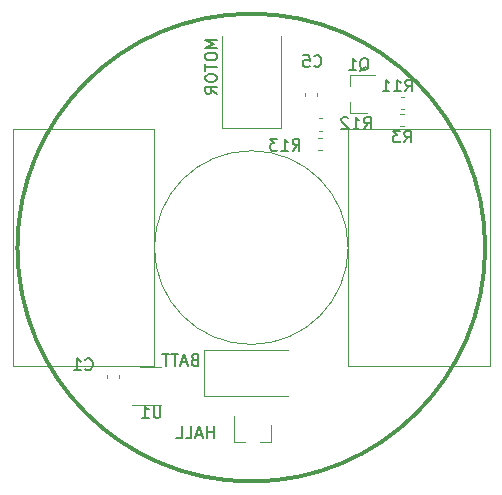
<source format=gbr>
G04 #@! TF.GenerationSoftware,KiCad,Pcbnew,5.1.4-1.fc30*
G04 #@! TF.CreationDate,2019-10-04T18:02:02+02:00*
G04 #@! TF.ProjectId,synchro2,73796e63-6872-46f3-922e-6b696361645f,rev?*
G04 #@! TF.SameCoordinates,Original*
G04 #@! TF.FileFunction,Legend,Bot*
G04 #@! TF.FilePolarity,Positive*
%FSLAX46Y46*%
G04 Gerber Fmt 4.6, Leading zero omitted, Abs format (unit mm)*
G04 Created by KiCad (PCBNEW 5.1.4-1.fc30) date 2019-10-04 18:02:02*
%MOMM*%
%LPD*%
G04 APERTURE LIST*
%ADD10C,0.300000*%
%ADD11C,0.120000*%
%ADD12C,0.150000*%
G04 APERTURE END LIST*
D10*
X238900000Y-116300000D02*
G75*
G03X238900000Y-116300000I-19800000J0D01*
G01*
D11*
X227300000Y-126300000D02*
X227300000Y-106300000D01*
X239300000Y-126300000D02*
X227300000Y-126300000D01*
X227300000Y-106300000D02*
X239300000Y-106300000D01*
X239300000Y-106300000D02*
X239300000Y-126300000D01*
X210900000Y-106300000D02*
X210900000Y-126300000D01*
X198900000Y-106300000D02*
X210900000Y-106300000D01*
X210900000Y-126300000D02*
X198900000Y-126300000D01*
X198900000Y-126300000D02*
X198900000Y-106300000D01*
X227300000Y-116300000D02*
G75*
G03X227300000Y-116300000I-8200000J0D01*
G01*
X227440000Y-104880000D02*
X228900000Y-104880000D01*
X227440000Y-101720000D02*
X229600000Y-101720000D01*
X227440000Y-101720000D02*
X227440000Y-102650000D01*
X227440000Y-104880000D02*
X227440000Y-103950000D01*
X211440000Y-129630000D02*
X208990000Y-129630000D01*
X209640000Y-126410000D02*
X211440000Y-126410000D01*
X221585000Y-98350000D02*
X221585000Y-106185000D01*
X221585000Y-106185000D02*
X216615000Y-106185000D01*
X216615000Y-106185000D02*
X216615000Y-98350000D01*
X231737221Y-103520000D02*
X232062779Y-103520000D01*
X231737221Y-104540000D02*
X232062779Y-104540000D01*
X207890000Y-127057221D02*
X207890000Y-127382779D01*
X206870000Y-127057221D02*
X206870000Y-127382779D01*
X222250000Y-128835000D02*
X215090000Y-128835000D01*
X215090000Y-128835000D02*
X215090000Y-124965000D01*
X215090000Y-124965000D02*
X222250000Y-124965000D01*
X220780000Y-132760000D02*
X219850000Y-132760000D01*
X217620000Y-132760000D02*
X218550000Y-132760000D01*
X217620000Y-132760000D02*
X217620000Y-130600000D01*
X220780000Y-132760000D02*
X220780000Y-131300000D01*
X231707221Y-106020000D02*
X232032779Y-106020000D01*
X231707221Y-105000000D02*
X232032779Y-105000000D01*
X224690000Y-103502779D02*
X224690000Y-103177221D01*
X223670000Y-103502779D02*
X223670000Y-103177221D01*
X224797221Y-106390000D02*
X225122779Y-106390000D01*
X224797221Y-105370000D02*
X225122779Y-105370000D01*
X225112779Y-108040000D02*
X224787221Y-108040000D01*
X225112779Y-107020000D02*
X224787221Y-107020000D01*
D12*
X228295238Y-101347619D02*
X228390476Y-101300000D01*
X228485714Y-101204761D01*
X228628571Y-101061904D01*
X228723809Y-101014285D01*
X228819047Y-101014285D01*
X228771428Y-101252380D02*
X228866666Y-101204761D01*
X228961904Y-101109523D01*
X229009523Y-100919047D01*
X229009523Y-100585714D01*
X228961904Y-100395238D01*
X228866666Y-100300000D01*
X228771428Y-100252380D01*
X228580952Y-100252380D01*
X228485714Y-100300000D01*
X228390476Y-100395238D01*
X228342857Y-100585714D01*
X228342857Y-100919047D01*
X228390476Y-101109523D01*
X228485714Y-101204761D01*
X228580952Y-101252380D01*
X228771428Y-101252380D01*
X227390476Y-101252380D02*
X227961904Y-101252380D01*
X227676190Y-101252380D02*
X227676190Y-100252380D01*
X227771428Y-100395238D01*
X227866666Y-100490476D01*
X227961904Y-100538095D01*
X211401904Y-129722380D02*
X211401904Y-130531904D01*
X211354285Y-130627142D01*
X211306666Y-130674761D01*
X211211428Y-130722380D01*
X211020952Y-130722380D01*
X210925714Y-130674761D01*
X210878095Y-130627142D01*
X210830476Y-130531904D01*
X210830476Y-129722380D01*
X209830476Y-130722380D02*
X210401904Y-130722380D01*
X210116190Y-130722380D02*
X210116190Y-129722380D01*
X210211428Y-129865238D01*
X210306666Y-129960476D01*
X210401904Y-130008095D01*
X216192380Y-98698095D02*
X215192380Y-98698095D01*
X215906666Y-99031428D01*
X215192380Y-99364761D01*
X216192380Y-99364761D01*
X215192380Y-100031428D02*
X215192380Y-100221904D01*
X215240000Y-100317142D01*
X215335238Y-100412380D01*
X215525714Y-100460000D01*
X215859047Y-100460000D01*
X216049523Y-100412380D01*
X216144761Y-100317142D01*
X216192380Y-100221904D01*
X216192380Y-100031428D01*
X216144761Y-99936190D01*
X216049523Y-99840952D01*
X215859047Y-99793333D01*
X215525714Y-99793333D01*
X215335238Y-99840952D01*
X215240000Y-99936190D01*
X215192380Y-100031428D01*
X215192380Y-100745714D02*
X215192380Y-101317142D01*
X216192380Y-101031428D02*
X215192380Y-101031428D01*
X215192380Y-101840952D02*
X215192380Y-102031428D01*
X215240000Y-102126666D01*
X215335238Y-102221904D01*
X215525714Y-102269523D01*
X215859047Y-102269523D01*
X216049523Y-102221904D01*
X216144761Y-102126666D01*
X216192380Y-102031428D01*
X216192380Y-101840952D01*
X216144761Y-101745714D01*
X216049523Y-101650476D01*
X215859047Y-101602857D01*
X215525714Y-101602857D01*
X215335238Y-101650476D01*
X215240000Y-101745714D01*
X215192380Y-101840952D01*
X216192380Y-103269523D02*
X215716190Y-102936190D01*
X216192380Y-102698095D02*
X215192380Y-102698095D01*
X215192380Y-103079047D01*
X215240000Y-103174285D01*
X215287619Y-103221904D01*
X215382857Y-103269523D01*
X215525714Y-103269523D01*
X215620952Y-103221904D01*
X215668571Y-103174285D01*
X215716190Y-103079047D01*
X215716190Y-102698095D01*
X232132857Y-103072380D02*
X232466190Y-102596190D01*
X232704285Y-103072380D02*
X232704285Y-102072380D01*
X232323333Y-102072380D01*
X232228095Y-102120000D01*
X232180476Y-102167619D01*
X232132857Y-102262857D01*
X232132857Y-102405714D01*
X232180476Y-102500952D01*
X232228095Y-102548571D01*
X232323333Y-102596190D01*
X232704285Y-102596190D01*
X231180476Y-103072380D02*
X231751904Y-103072380D01*
X231466190Y-103072380D02*
X231466190Y-102072380D01*
X231561428Y-102215238D01*
X231656666Y-102310476D01*
X231751904Y-102358095D01*
X230228095Y-103072380D02*
X230799523Y-103072380D01*
X230513809Y-103072380D02*
X230513809Y-102072380D01*
X230609047Y-102215238D01*
X230704285Y-102310476D01*
X230799523Y-102358095D01*
X205046666Y-126589642D02*
X205094285Y-126637261D01*
X205237142Y-126684880D01*
X205332380Y-126684880D01*
X205475238Y-126637261D01*
X205570476Y-126542023D01*
X205618095Y-126446785D01*
X205665714Y-126256309D01*
X205665714Y-126113452D01*
X205618095Y-125922976D01*
X205570476Y-125827738D01*
X205475238Y-125732500D01*
X205332380Y-125684880D01*
X205237142Y-125684880D01*
X205094285Y-125732500D01*
X205046666Y-125780119D01*
X204094285Y-126684880D02*
X204665714Y-126684880D01*
X204380000Y-126684880D02*
X204380000Y-125684880D01*
X204475238Y-125827738D01*
X204570476Y-125922976D01*
X204665714Y-125970595D01*
X214289047Y-125778571D02*
X214146190Y-125826190D01*
X214098571Y-125873809D01*
X214050952Y-125969047D01*
X214050952Y-126111904D01*
X214098571Y-126207142D01*
X214146190Y-126254761D01*
X214241428Y-126302380D01*
X214622380Y-126302380D01*
X214622380Y-125302380D01*
X214289047Y-125302380D01*
X214193809Y-125350000D01*
X214146190Y-125397619D01*
X214098571Y-125492857D01*
X214098571Y-125588095D01*
X214146190Y-125683333D01*
X214193809Y-125730952D01*
X214289047Y-125778571D01*
X214622380Y-125778571D01*
X213670000Y-126016666D02*
X213193809Y-126016666D01*
X213765238Y-126302380D02*
X213431904Y-125302380D01*
X213098571Y-126302380D01*
X212908095Y-125302380D02*
X212336666Y-125302380D01*
X212622380Y-126302380D02*
X212622380Y-125302380D01*
X212146190Y-125302380D02*
X211574761Y-125302380D01*
X211860476Y-126302380D02*
X211860476Y-125302380D01*
X215943809Y-132412380D02*
X215943809Y-131412380D01*
X215943809Y-131888571D02*
X215372380Y-131888571D01*
X215372380Y-132412380D02*
X215372380Y-131412380D01*
X214943809Y-132126666D02*
X214467619Y-132126666D01*
X215039047Y-132412380D02*
X214705714Y-131412380D01*
X214372380Y-132412380D01*
X213562857Y-132412380D02*
X214039047Y-132412380D01*
X214039047Y-131412380D01*
X212753333Y-132412380D02*
X213229523Y-132412380D01*
X213229523Y-131412380D01*
X232036666Y-107392380D02*
X232370000Y-106916190D01*
X232608095Y-107392380D02*
X232608095Y-106392380D01*
X232227142Y-106392380D01*
X232131904Y-106440000D01*
X232084285Y-106487619D01*
X232036666Y-106582857D01*
X232036666Y-106725714D01*
X232084285Y-106820952D01*
X232131904Y-106868571D01*
X232227142Y-106916190D01*
X232608095Y-106916190D01*
X231703333Y-106392380D02*
X231084285Y-106392380D01*
X231417619Y-106773333D01*
X231274761Y-106773333D01*
X231179523Y-106820952D01*
X231131904Y-106868571D01*
X231084285Y-106963809D01*
X231084285Y-107201904D01*
X231131904Y-107297142D01*
X231179523Y-107344761D01*
X231274761Y-107392380D01*
X231560476Y-107392380D01*
X231655714Y-107344761D01*
X231703333Y-107297142D01*
X224426666Y-100917142D02*
X224474285Y-100964761D01*
X224617142Y-101012380D01*
X224712380Y-101012380D01*
X224855238Y-100964761D01*
X224950476Y-100869523D01*
X224998095Y-100774285D01*
X225045714Y-100583809D01*
X225045714Y-100440952D01*
X224998095Y-100250476D01*
X224950476Y-100155238D01*
X224855238Y-100060000D01*
X224712380Y-100012380D01*
X224617142Y-100012380D01*
X224474285Y-100060000D01*
X224426666Y-100107619D01*
X223521904Y-100012380D02*
X223998095Y-100012380D01*
X224045714Y-100488571D01*
X223998095Y-100440952D01*
X223902857Y-100393333D01*
X223664761Y-100393333D01*
X223569523Y-100440952D01*
X223521904Y-100488571D01*
X223474285Y-100583809D01*
X223474285Y-100821904D01*
X223521904Y-100917142D01*
X223569523Y-100964761D01*
X223664761Y-101012380D01*
X223902857Y-101012380D01*
X223998095Y-100964761D01*
X224045714Y-100917142D01*
X228632857Y-106252380D02*
X228966190Y-105776190D01*
X229204285Y-106252380D02*
X229204285Y-105252380D01*
X228823333Y-105252380D01*
X228728095Y-105300000D01*
X228680476Y-105347619D01*
X228632857Y-105442857D01*
X228632857Y-105585714D01*
X228680476Y-105680952D01*
X228728095Y-105728571D01*
X228823333Y-105776190D01*
X229204285Y-105776190D01*
X227680476Y-106252380D02*
X228251904Y-106252380D01*
X227966190Y-106252380D02*
X227966190Y-105252380D01*
X228061428Y-105395238D01*
X228156666Y-105490476D01*
X228251904Y-105538095D01*
X227299523Y-105347619D02*
X227251904Y-105300000D01*
X227156666Y-105252380D01*
X226918571Y-105252380D01*
X226823333Y-105300000D01*
X226775714Y-105347619D01*
X226728095Y-105442857D01*
X226728095Y-105538095D01*
X226775714Y-105680952D01*
X227347142Y-106252380D01*
X226728095Y-106252380D01*
X222602857Y-108092380D02*
X222936190Y-107616190D01*
X223174285Y-108092380D02*
X223174285Y-107092380D01*
X222793333Y-107092380D01*
X222698095Y-107140000D01*
X222650476Y-107187619D01*
X222602857Y-107282857D01*
X222602857Y-107425714D01*
X222650476Y-107520952D01*
X222698095Y-107568571D01*
X222793333Y-107616190D01*
X223174285Y-107616190D01*
X221650476Y-108092380D02*
X222221904Y-108092380D01*
X221936190Y-108092380D02*
X221936190Y-107092380D01*
X222031428Y-107235238D01*
X222126666Y-107330476D01*
X222221904Y-107378095D01*
X221317142Y-107092380D02*
X220698095Y-107092380D01*
X221031428Y-107473333D01*
X220888571Y-107473333D01*
X220793333Y-107520952D01*
X220745714Y-107568571D01*
X220698095Y-107663809D01*
X220698095Y-107901904D01*
X220745714Y-107997142D01*
X220793333Y-108044761D01*
X220888571Y-108092380D01*
X221174285Y-108092380D01*
X221269523Y-108044761D01*
X221317142Y-107997142D01*
M02*

</source>
